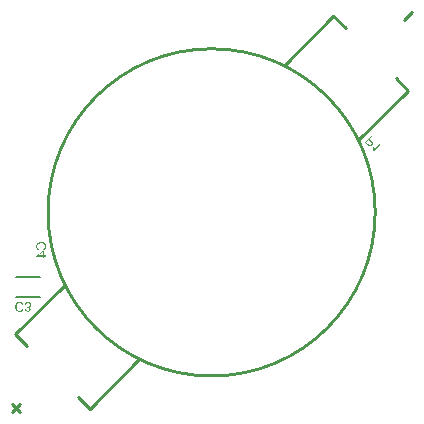
<source format=gbo>
G04*
G04 #@! TF.GenerationSoftware,Altium Limited,Altium Designer,21.3.1 (25)*
G04*
G04 Layer_Color=32896*
%FSLAX25Y25*%
%MOIN*%
G70*
G04*
G04 #@! TF.SameCoordinates,9192AE54-2D66-49C7-9B86-A226D0D4A20B*
G04*
G04*
G04 #@! TF.FilePolarity,Positive*
G04*
G01*
G75*
%ADD11C,0.00787*%
%ADD42C,0.01000*%
G36*
X113453Y41145D02*
X113542Y41137D01*
X113625Y41123D01*
X113704Y41105D01*
X113779Y41086D01*
X113848Y41062D01*
X113912Y41038D01*
X113971Y41012D01*
X114024Y40988D01*
X114071Y40964D01*
X114111Y40939D01*
X114128Y40929D01*
X114144Y40919D01*
X114157Y40910D01*
X114171Y40901D01*
X114182Y40894D01*
X114190Y40889D01*
X114197Y40884D01*
X114202Y40881D01*
X114204Y40877D01*
X114206D01*
X114268Y40824D01*
X114325Y40765D01*
X114379Y40702D01*
X114427Y40638D01*
X114471Y40571D01*
X114509Y40505D01*
X114543Y40441D01*
X114574Y40377D01*
X114600Y40318D01*
X114623Y40263D01*
X114642Y40213D01*
X114650Y40190D01*
X114657Y40168D01*
X114664Y40150D01*
X114670Y40133D01*
X114673Y40118D01*
X114676Y40106D01*
X114680Y40097D01*
X114682Y40088D01*
X114683Y40085D01*
Y40083D01*
X114261Y39976D01*
X114244Y40048D01*
X114222Y40118D01*
X114199Y40182D01*
X114173Y40240D01*
X114145Y40296D01*
X114118Y40346D01*
X114090Y40391D01*
X114062Y40431D01*
X114035Y40467D01*
X114010Y40498D01*
X113988Y40524D01*
X113967Y40547D01*
X113952Y40562D01*
X113938Y40574D01*
X113931Y40583D01*
X113927Y40585D01*
X113881Y40621D01*
X113830Y40652D01*
X113780Y40680D01*
X113730Y40702D01*
X113680Y40723D01*
X113630Y40739D01*
X113581Y40753D01*
X113535Y40763D01*
X113491Y40772D01*
X113452Y40778D01*
X113417Y40782D01*
X113386Y40785D01*
X113362Y40787D01*
X113351Y40789D01*
X113327D01*
X113273Y40787D01*
X113220Y40782D01*
X113168Y40775D01*
X113119Y40765D01*
X113071Y40754D01*
X113026Y40740D01*
X112985Y40728D01*
X112946Y40713D01*
X112910Y40699D01*
X112879Y40685D01*
X112851Y40673D01*
X112827Y40663D01*
X112810Y40652D01*
X112796Y40645D01*
X112787Y40640D01*
X112784Y40638D01*
X112739Y40609D01*
X112697Y40576D01*
X112657Y40540D01*
X112621Y40503D01*
X112588Y40467D01*
X112557Y40429D01*
X112531Y40391D01*
X112507Y40355D01*
X112485Y40320D01*
X112466Y40289D01*
X112450Y40260D01*
X112438Y40235D01*
X112427Y40214D01*
X112420Y40199D01*
X112417Y40189D01*
X112415Y40185D01*
X112395Y40126D01*
X112377Y40067D01*
X112362Y40007D01*
X112348Y39945D01*
X112336Y39886D01*
X112327Y39827D01*
X112319Y39770D01*
X112313Y39715D01*
X112308Y39664D01*
X112305Y39619D01*
X112301Y39578D01*
X112299Y39542D01*
Y39528D01*
X112298Y39514D01*
Y39502D01*
Y39491D01*
Y39484D01*
Y39479D01*
Y39476D01*
Y39474D01*
X112299Y39415D01*
X112301Y39356D01*
X112306Y39299D01*
X112313Y39244D01*
X112320Y39192D01*
X112329Y39142D01*
X112338Y39094D01*
X112348Y39048D01*
X112356Y39009D01*
X112365Y38972D01*
X112374Y38939D01*
X112381Y38914D01*
X112388Y38891D01*
X112393Y38875D01*
X112395Y38865D01*
X112396Y38862D01*
X112417Y38808D01*
X112440Y38756D01*
X112466Y38708D01*
X112493Y38663D01*
X112521Y38619D01*
X112550Y38581D01*
X112580Y38545D01*
X112607Y38512D01*
X112635Y38484D01*
X112661Y38458D01*
X112683Y38438D01*
X112704Y38421D01*
X112720Y38407D01*
X112734Y38396D01*
X112741Y38389D01*
X112744Y38388D01*
X112793Y38357D01*
X112841Y38329D01*
X112893Y38306D01*
X112945Y38285D01*
X112997Y38268D01*
X113049Y38254D01*
X113097Y38242D01*
X113145Y38234D01*
X113189Y38227D01*
X113230Y38220D01*
X113267Y38216D01*
X113299Y38215D01*
X113324Y38213D01*
X113336Y38211D01*
X113360D01*
X113419Y38213D01*
X113474Y38218D01*
X113528Y38225D01*
X113578Y38235D01*
X113625Y38247D01*
X113668Y38261D01*
X113709Y38275D01*
X113746Y38291D01*
X113779Y38306D01*
X113808Y38320D01*
X113832Y38334D01*
X113853Y38346D01*
X113870Y38355D01*
X113881Y38363D01*
X113889Y38369D01*
X113891Y38370D01*
X113929Y38401D01*
X113965Y38438D01*
X113998Y38476D01*
X114031Y38516D01*
X114059Y38557D01*
X114085Y38600D01*
X114109Y38642D01*
X114131Y38683D01*
X114151Y38721D01*
X114166Y38758D01*
X114180Y38791D01*
X114192Y38820D01*
X114201Y38844D01*
X114208Y38862D01*
X114209Y38868D01*
X114211Y38874D01*
X114213Y38875D01*
Y38877D01*
X114630Y38779D01*
X114604Y38697D01*
X114573Y38623D01*
X114540Y38552D01*
X114505Y38486D01*
X114467Y38424D01*
X114429Y38369D01*
X114391Y38317D01*
X114355Y38270D01*
X114318Y38230D01*
X114286Y38194D01*
X114254Y38163D01*
X114228Y38138D01*
X114206Y38120D01*
X114189Y38106D01*
X114178Y38097D01*
X114176Y38094D01*
X114175D01*
X114112Y38050D01*
X114047Y38012D01*
X113979Y37981D01*
X113910Y37952D01*
X113843Y37929D01*
X113777Y37908D01*
X113711Y37893D01*
X113649Y37881D01*
X113592Y37870D01*
X113538Y37862D01*
X113490Y37857D01*
X113469Y37855D01*
X113448Y37853D01*
X113431Y37851D01*
X113401D01*
X113389Y37850D01*
X113369D01*
X113291Y37851D01*
X113215Y37858D01*
X113140Y37867D01*
X113069Y37879D01*
X113002Y37895D01*
X112938Y37910D01*
X112877Y37927D01*
X112824Y37945D01*
X112772Y37964D01*
X112727Y37981D01*
X112689Y37997D01*
X112656Y38012D01*
X112642Y38017D01*
X112628Y38024D01*
X112618Y38030D01*
X112609Y38033D01*
X112602Y38036D01*
X112597Y38040D01*
X112595Y38042D01*
X112593D01*
X112530Y38080D01*
X112469Y38121D01*
X112414Y38164D01*
X112360Y38211D01*
X112311Y38258D01*
X112268Y38305D01*
X112227Y38351D01*
X112190Y38396D01*
X112159Y38438D01*
X112132Y38478D01*
X112107Y38514D01*
X112087Y38545D01*
X112073Y38569D01*
X112066Y38580D01*
X112061Y38590D01*
X112057Y38597D01*
X112054Y38602D01*
X112052Y38604D01*
Y38606D01*
X112019Y38677D01*
X111990Y38749D01*
X111964Y38824D01*
X111941Y38898D01*
X111924Y38972D01*
X111908Y39045D01*
X111896Y39114D01*
X111886Y39180D01*
X111877Y39242D01*
X111872Y39299D01*
X111869Y39325D01*
X111867Y39349D01*
X111865Y39372D01*
Y39393D01*
X111864Y39410D01*
Y39427D01*
X111862Y39441D01*
Y39453D01*
Y39464D01*
Y39471D01*
Y39474D01*
Y39476D01*
X111864Y39561D01*
X111869Y39644D01*
X111877Y39725D01*
X111888Y39803D01*
X111901Y39877D01*
X111915Y39948D01*
X111929Y40014D01*
X111946Y40074D01*
X111962Y40132D01*
X111976Y40182D01*
X111992Y40225D01*
X111997Y40246D01*
X112004Y40263D01*
X112009Y40279D01*
X112014Y40292D01*
X112019Y40304D01*
X112023Y40315D01*
X112026Y40322D01*
X112028Y40327D01*
X112030Y40330D01*
Y40332D01*
X112062Y40405D01*
X112099Y40472D01*
X112138Y40536D01*
X112178Y40595D01*
X112220Y40649D01*
X112260Y40699D01*
X112301Y40744D01*
X112339Y40785D01*
X112377Y40820D01*
X112412Y40853D01*
X112443Y40879D01*
X112469Y40900D01*
X112492Y40917D01*
X112509Y40929D01*
X112519Y40938D01*
X112521Y40939D01*
X112523D01*
X112585Y40976D01*
X112652Y41009D01*
X112720Y41036D01*
X112791Y41061D01*
X112860Y41081D01*
X112931Y41097D01*
X112998Y41111D01*
X113064Y41123D01*
X113125Y41131D01*
X113182Y41138D01*
X113232Y41142D01*
X113254Y41144D01*
X113277Y41145D01*
X113296Y41147D01*
X113312D01*
X113327Y41149D01*
X113362D01*
X113453Y41145D01*
D02*
G37*
G36*
X116149Y41147D02*
X116230Y41138D01*
X116306Y41124D01*
X116381Y41105D01*
X116448Y41083D01*
X116512Y41059D01*
X116571Y41033D01*
X116623Y41005D01*
X116671Y40979D01*
X116713Y40953D01*
X116749Y40929D01*
X116778Y40907D01*
X116803Y40887D01*
X116820Y40874D01*
X116825Y40868D01*
X116830Y40865D01*
X116834Y40861D01*
X116861Y40834D01*
X116887Y40806D01*
X116934Y40747D01*
X116976Y40688D01*
X117010Y40628D01*
X117040Y40567D01*
X117064Y40509D01*
X117085Y40451D01*
X117100Y40398D01*
X117112Y40346D01*
X117123Y40299D01*
X117130Y40258D01*
X117133Y40221D01*
X117135Y40206D01*
X117137Y40192D01*
Y40180D01*
X117138Y40171D01*
Y40163D01*
Y40157D01*
Y40154D01*
Y40152D01*
X117137Y40095D01*
X117131Y40042D01*
X117124Y39990D01*
X117114Y39941D01*
X117102Y39896D01*
X117088Y39855D01*
X117074Y39815D01*
X117060Y39780D01*
X117045Y39747D01*
X117031Y39720D01*
X117017Y39696D01*
X117005Y39675D01*
X116995Y39659D01*
X116988Y39647D01*
X116982Y39640D01*
X116981Y39638D01*
X116950Y39602D01*
X116917Y39568D01*
X116882Y39536D01*
X116846Y39509D01*
X116809Y39484D01*
X116773Y39462D01*
X116737Y39443D01*
X116702Y39426D01*
X116669Y39410D01*
X116640Y39398D01*
X116612Y39388D01*
X116588Y39381D01*
X116569Y39374D01*
X116553Y39370D01*
X116545Y39367D01*
X116541D01*
X116581Y39348D01*
X116618Y39327D01*
X116652Y39305D01*
X116685Y39282D01*
X116714Y39259D01*
X116742Y39237D01*
X116766Y39215D01*
X116787Y39194D01*
X116806Y39175D01*
X116823Y39156D01*
X116837Y39138D01*
X116849Y39125D01*
X116858Y39112D01*
X116865Y39104D01*
X116868Y39099D01*
X116870Y39097D01*
X116889Y39064D01*
X116906Y39031D01*
X116922Y38998D01*
X116936Y38967D01*
X116946Y38934D01*
X116955Y38903D01*
X116962Y38874D01*
X116969Y38844D01*
X116974Y38818D01*
X116977Y38794D01*
X116979Y38773D01*
X116981Y38754D01*
X116982Y38741D01*
Y38728D01*
Y38721D01*
Y38720D01*
X116981Y38680D01*
X116977Y38640D01*
X116972Y38600D01*
X116964Y38564D01*
X116955Y38528D01*
X116946Y38493D01*
X116934Y38462D01*
X116924Y38433D01*
X116913Y38405D01*
X116903Y38381D01*
X116893Y38360D01*
X116884Y38341D01*
X116875Y38327D01*
X116870Y38317D01*
X116867Y38310D01*
X116865Y38308D01*
X116842Y38273D01*
X116816Y38239D01*
X116790Y38208D01*
X116763Y38178D01*
X116735Y38152D01*
X116708Y38126D01*
X116680Y38104D01*
X116654Y38083D01*
X116628Y38064D01*
X116605Y38048D01*
X116585Y38035D01*
X116566Y38024D01*
X116550Y38016D01*
X116540Y38009D01*
X116531Y38005D01*
X116529Y38004D01*
X116488Y37984D01*
X116446Y37967D01*
X116403Y37952D01*
X116361Y37938D01*
X116320Y37927D01*
X116280Y37919D01*
X116242Y37912D01*
X116206Y37905D01*
X116173Y37900D01*
X116144Y37896D01*
X116116Y37895D01*
X116093Y37893D01*
X116074Y37891D01*
X116048D01*
X115979Y37893D01*
X115912Y37900D01*
X115849Y37912D01*
X115789Y37924D01*
X115734Y37941D01*
X115682Y37960D01*
X115633Y37979D01*
X115588Y37998D01*
X115550Y38019D01*
X115514Y38038D01*
X115484Y38057D01*
X115460Y38073D01*
X115439Y38087D01*
X115426Y38099D01*
X115417Y38106D01*
X115413Y38107D01*
X115368Y38151D01*
X115327Y38196D01*
X115289Y38244D01*
X115254Y38294D01*
X115225Y38344D01*
X115199Y38396D01*
X115175Y38445D01*
X115154Y38493D01*
X115137Y38540D01*
X115123Y38581D01*
X115111Y38619D01*
X115102Y38652D01*
X115095Y38680D01*
X115092Y38692D01*
X115090Y38701D01*
X115088Y38708D01*
Y38713D01*
X115086Y38716D01*
Y38718D01*
X115479Y38787D01*
X115488Y38735D01*
X115500Y38687D01*
X115514Y38640D01*
X115528Y38599D01*
X115543Y38561D01*
X115560Y38524D01*
X115576Y38493D01*
X115593Y38464D01*
X115609Y38440D01*
X115624Y38417D01*
X115638Y38398D01*
X115650Y38384D01*
X115661Y38372D01*
X115668Y38363D01*
X115673Y38358D01*
X115675Y38357D01*
X115704Y38331D01*
X115735Y38310D01*
X115766Y38289D01*
X115799Y38273D01*
X115830Y38260D01*
X115863Y38247D01*
X115893Y38239D01*
X115924Y38230D01*
X115952Y38225D01*
X115976Y38220D01*
X115998Y38218D01*
X116019Y38215D01*
X116034D01*
X116047Y38213D01*
X116057D01*
X116098Y38215D01*
X116140Y38218D01*
X116176Y38227D01*
X116213Y38235D01*
X116246Y38246D01*
X116277Y38258D01*
X116306Y38270D01*
X116330Y38284D01*
X116355Y38298D01*
X116374Y38310D01*
X116391Y38322D01*
X116406Y38332D01*
X116417Y38341D01*
X116426Y38348D01*
X116431Y38353D01*
X116432Y38355D01*
X116458Y38382D01*
X116481Y38410D01*
X116500Y38440D01*
X116517Y38469D01*
X116531Y38500D01*
X116543Y38530D01*
X116553Y38557D01*
X116560Y38585D01*
X116567Y38611D01*
X116572Y38635D01*
X116574Y38658D01*
X116578Y38675D01*
Y38690D01*
X116579Y38701D01*
Y38709D01*
Y38711D01*
X116578Y38760D01*
X116571Y38806D01*
X116560Y38849D01*
X116548Y38889D01*
X116533Y38926D01*
X116515Y38958D01*
X116498Y38988D01*
X116479Y39014D01*
X116460Y39038D01*
X116443Y39059D01*
X116426Y39076D01*
X116410Y39090D01*
X116398Y39100D01*
X116387Y39107D01*
X116381Y39112D01*
X116379Y39114D01*
X116341Y39137D01*
X116303Y39158D01*
X116263Y39175D01*
X116223Y39190D01*
X116185Y39202D01*
X116147Y39213D01*
X116112Y39222D01*
X116078Y39228D01*
X116047Y39235D01*
X116017Y39239D01*
X115991Y39242D01*
X115971Y39244D01*
X115952D01*
X115938Y39246D01*
X115927D01*
X115908Y39244D01*
X115887Y39242D01*
X115879D01*
X115872Y39241D01*
X115865D01*
X115822Y39585D01*
X115881Y39571D01*
X115934Y39561D01*
X115958Y39555D01*
X115981Y39552D01*
X116003Y39548D01*
X116022Y39547D01*
X116040Y39545D01*
X116053Y39543D01*
X116067D01*
X116078Y39542D01*
X116098D01*
X116149Y39543D01*
X116195Y39548D01*
X116240Y39557D01*
X116284Y39569D01*
X116323Y39581D01*
X116360Y39597D01*
X116394Y39612D01*
X116424Y39628D01*
X116451Y39645D01*
X116476Y39661D01*
X116498Y39676D01*
X116515Y39689D01*
X116529Y39701D01*
X116538Y39709D01*
X116545Y39715D01*
X116547Y39716D01*
X116578Y39749D01*
X116605Y39785D01*
X116628Y39822D01*
X116649Y39860D01*
X116666Y39896D01*
X116680Y39934D01*
X116692Y39969D01*
X116700Y40003D01*
X116708Y40036D01*
X116714Y40066D01*
X116718Y40093D01*
X116720Y40116D01*
X116721Y40135D01*
X116723Y40149D01*
Y40157D01*
Y40161D01*
X116721Y40213D01*
X116714Y40263D01*
X116706Y40310D01*
X116694Y40355D01*
X116678Y40396D01*
X116663Y40436D01*
X116645Y40472D01*
X116628Y40505D01*
X116609Y40534D01*
X116592Y40560D01*
X116576Y40583D01*
X116560Y40602D01*
X116548Y40618D01*
X116540Y40628D01*
X116533Y40635D01*
X116531Y40637D01*
X116495Y40671D01*
X116457Y40701D01*
X116417Y40725D01*
X116379Y40747D01*
X116339Y40766D01*
X116301Y40782D01*
X116263Y40794D01*
X116226Y40804D01*
X116194Y40813D01*
X116163Y40818D01*
X116135Y40824D01*
X116112Y40825D01*
X116092Y40827D01*
X116078Y40829D01*
X116066D01*
X116022Y40827D01*
X115981Y40822D01*
X115943Y40815D01*
X115905Y40806D01*
X115870Y40794D01*
X115837Y40782D01*
X115808Y40768D01*
X115780Y40754D01*
X115756Y40742D01*
X115734Y40728D01*
X115715Y40716D01*
X115699Y40704D01*
X115687Y40695D01*
X115676Y40688D01*
X115671Y40683D01*
X115670Y40682D01*
X115640Y40652D01*
X115612Y40619D01*
X115588Y40583D01*
X115566Y40545D01*
X115545Y40505D01*
X115526Y40465D01*
X115509Y40426D01*
X115493Y40386D01*
X115481Y40349D01*
X115469Y40315D01*
X115460Y40282D01*
X115453Y40254D01*
X115446Y40232D01*
X115443Y40214D01*
X115441Y40209D01*
X115439Y40204D01*
Y40202D01*
Y40201D01*
X115048Y40253D01*
X115059Y40325D01*
X115073Y40394D01*
X115092Y40460D01*
X115114Y40522D01*
X115138Y40580D01*
X115164Y40633D01*
X115192Y40682D01*
X115220Y40727D01*
X115247Y40766D01*
X115273Y40801D01*
X115297Y40832D01*
X115320Y40856D01*
X115337Y40875D01*
X115351Y40889D01*
X115360Y40898D01*
X115363Y40901D01*
X115417Y40944D01*
X115474Y40983D01*
X115531Y41017D01*
X115590Y41045D01*
X115649Y41069D01*
X115708Y41090D01*
X115763Y41105D01*
X115816Y41119D01*
X115868Y41130D01*
X115915Y41137D01*
X115957Y41144D01*
X115993Y41147D01*
X116008D01*
X116022Y41149D01*
X116033D01*
X116043Y41150D01*
X116062D01*
X116149Y41147D01*
D02*
G37*
G36*
X230914Y96351D02*
X229997Y95434D01*
X230620Y94811D01*
X230660Y94766D01*
X230698Y94723D01*
X230733Y94680D01*
X230765Y94639D01*
X230796Y94598D01*
X230824Y94558D01*
X230850Y94517D01*
X230874Y94481D01*
X230895Y94443D01*
X230914Y94406D01*
X230931Y94372D01*
X230947Y94339D01*
X230962Y94307D01*
X230974Y94275D01*
X230985Y94245D01*
X230996Y94217D01*
X231004Y94190D01*
X231012Y94164D01*
X231018Y94141D01*
X231023Y94119D01*
X231027Y94098D01*
X231029Y94078D01*
X231032Y94061D01*
X231035Y94045D01*
X231037Y94032D01*
X231038Y94011D01*
Y93999D01*
Y93994D01*
X231032Y93924D01*
X231021Y93854D01*
X231005Y93790D01*
X230984Y93727D01*
X230960Y93669D01*
X230934Y93613D01*
X230907Y93562D01*
X230880Y93516D01*
X230852Y93473D01*
X230826Y93435D01*
X230801Y93402D01*
X230780Y93374D01*
X230769Y93363D01*
X230762Y93353D01*
X230753Y93344D01*
X230747Y93336D01*
X230742Y93331D01*
X230738Y93327D01*
X230736Y93325D01*
X230734Y93323D01*
X230703Y93294D01*
X230671Y93265D01*
X230638Y93239D01*
X230605Y93216D01*
X230573Y93194D01*
X230541Y93174D01*
X230512Y93157D01*
X230484Y93141D01*
X230458Y93128D01*
X230434Y93116D01*
X230413Y93107D01*
X230395Y93098D01*
X230379Y93092D01*
X230368Y93089D01*
X230361Y93085D01*
X230359D01*
X230320Y93073D01*
X230282Y93062D01*
X230245Y93054D01*
X230207Y93048D01*
X230173Y93043D01*
X230141Y93041D01*
X230110Y93038D01*
X230080D01*
X230054Y93040D01*
X230030D01*
X230009Y93041D01*
X229992Y93043D01*
X229978Y93045D01*
X229967Y93046D01*
X229961Y93047D01*
X229959D01*
X229922Y93054D01*
X229888Y93064D01*
X229819Y93089D01*
X229753Y93118D01*
X229723Y93132D01*
X229696Y93146D01*
X229669Y93161D01*
X229646Y93174D01*
X229625Y93188D01*
X229608Y93198D01*
X229593Y93207D01*
X229583Y93215D01*
X229577Y93218D01*
X229575Y93221D01*
X229548Y93240D01*
X229519Y93262D01*
X229489Y93287D01*
X229459Y93313D01*
X229398Y93364D01*
X229368Y93391D01*
X229340Y93417D01*
X229313Y93441D01*
X229267Y93487D01*
X229247Y93505D01*
X228358Y94394D01*
X230615Y96651D01*
X230914Y96351D01*
D02*
G37*
G36*
X233651Y93615D02*
X231385Y91349D01*
X231207Y91528D01*
X231219Y91569D01*
X231230Y91615D01*
X231239Y91660D01*
X231247Y91705D01*
X231256Y91797D01*
X231258Y91841D01*
X231262Y91884D01*
Y91923D01*
X231263Y91961D01*
Y91993D01*
X231262Y92021D01*
Y92043D01*
X231261Y92061D01*
X231262Y92072D01*
X231261Y92076D01*
X231256Y92137D01*
X231250Y92199D01*
X231241Y92259D01*
X231230Y92319D01*
X231220Y92378D01*
X231208Y92432D01*
X231196Y92486D01*
X231184Y92535D01*
X231171Y92581D01*
X231160Y92621D01*
X231148Y92658D01*
X231139Y92689D01*
X231132Y92713D01*
X231125Y92733D01*
X231124Y92739D01*
X231121Y92744D01*
Y92746D01*
X231120Y92747D01*
X231388Y93015D01*
X231418Y92945D01*
X231445Y92872D01*
X231471Y92800D01*
X231482Y92765D01*
X231493Y92731D01*
X231503Y92700D01*
X231511Y92672D01*
X231519Y92645D01*
X231526Y92623D01*
X231530Y92604D01*
X231533Y92591D01*
X231537Y92582D01*
Y92580D01*
X231548Y92532D01*
X231559Y92487D01*
X231569Y92443D01*
X231577Y92400D01*
X231583Y92360D01*
X231588Y92323D01*
X231593Y92289D01*
X231598Y92257D01*
X231601Y92227D01*
X231603Y92203D01*
X231604Y92180D01*
X231606Y92161D01*
X231608Y92147D01*
X231607Y92136D01*
X231608Y92130D01*
Y92127D01*
X233373Y93892D01*
X233651Y93615D01*
D02*
G37*
G36*
X120561Y61130D02*
X120644Y61125D01*
X120726Y61117D01*
X120804Y61106D01*
X120878Y61092D01*
X120949Y61079D01*
X121015Y61065D01*
X121075Y61047D01*
X121132Y61032D01*
X121183Y61018D01*
X121226Y61002D01*
X121247Y60997D01*
X121264Y60990D01*
X121279Y60985D01*
X121293Y60980D01*
X121305Y60975D01*
X121316Y60971D01*
X121323Y60968D01*
X121328Y60966D01*
X121331Y60964D01*
X121333D01*
X121406Y60931D01*
X121473Y60895D01*
X121537Y60855D01*
X121596Y60816D01*
X121650Y60774D01*
X121700Y60734D01*
X121745Y60693D01*
X121786Y60655D01*
X121821Y60617D01*
X121854Y60582D01*
X121880Y60551D01*
X121900Y60525D01*
X121918Y60502D01*
X121930Y60485D01*
X121939Y60475D01*
X121940Y60473D01*
Y60471D01*
X121976Y60409D01*
X122009Y60342D01*
X122037Y60274D01*
X122061Y60203D01*
X122082Y60134D01*
X122098Y60063D01*
X122111Y59996D01*
X122124Y59930D01*
X122132Y59869D01*
X122139Y59812D01*
X122143Y59762D01*
X122144Y59740D01*
X122146Y59717D01*
X122148Y59698D01*
Y59682D01*
X122150Y59667D01*
Y59632D01*
X122146Y59541D01*
X122137Y59452D01*
X122124Y59369D01*
X122106Y59290D01*
X122087Y59215D01*
X122063Y59146D01*
X122039Y59082D01*
X122013Y59023D01*
X121989Y58970D01*
X121964Y58923D01*
X121940Y58883D01*
X121930Y58866D01*
X121920Y58850D01*
X121911Y58837D01*
X121902Y58823D01*
X121895Y58812D01*
X121890Y58804D01*
X121885Y58797D01*
X121881Y58792D01*
X121878Y58790D01*
Y58788D01*
X121824Y58726D01*
X121765Y58669D01*
X121703Y58615D01*
X121639Y58567D01*
X121572Y58523D01*
X121506Y58485D01*
X121442Y58451D01*
X121378Y58420D01*
X121319Y58394D01*
X121264Y58371D01*
X121214Y58352D01*
X121191Y58343D01*
X121169Y58337D01*
X121151Y58330D01*
X121134Y58324D01*
X121118Y58321D01*
X121106Y58318D01*
X121098Y58314D01*
X121089Y58312D01*
X121086Y58311D01*
X121084D01*
X120977Y58733D01*
X121049Y58750D01*
X121118Y58772D01*
X121183Y58795D01*
X121241Y58821D01*
X121297Y58849D01*
X121347Y58876D01*
X121392Y58904D01*
X121432Y58932D01*
X121468Y58959D01*
X121499Y58983D01*
X121525Y59006D01*
X121547Y59027D01*
X121563Y59042D01*
X121575Y59056D01*
X121584Y59063D01*
X121586Y59067D01*
X121622Y59113D01*
X121653Y59163D01*
X121681Y59214D01*
X121703Y59264D01*
X121724Y59314D01*
X121739Y59364D01*
X121753Y59413D01*
X121764Y59459D01*
X121772Y59503D01*
X121779Y59542D01*
X121783Y59577D01*
X121786Y59608D01*
X121788Y59632D01*
X121790Y59643D01*
Y59667D01*
X121788Y59720D01*
X121783Y59774D01*
X121776Y59826D01*
X121765Y59874D01*
X121755Y59923D01*
X121741Y59968D01*
X121729Y60009D01*
X121714Y60048D01*
X121700Y60084D01*
X121686Y60115D01*
X121674Y60143D01*
X121663Y60167D01*
X121653Y60184D01*
X121646Y60198D01*
X121641Y60207D01*
X121639Y60210D01*
X121610Y60255D01*
X121577Y60297D01*
X121541Y60336D01*
X121504Y60373D01*
X121468Y60406D01*
X121430Y60437D01*
X121392Y60463D01*
X121355Y60487D01*
X121321Y60509D01*
X121290Y60528D01*
X121260Y60544D01*
X121236Y60556D01*
X121215Y60567D01*
X121200Y60573D01*
X121189Y60577D01*
X121186Y60579D01*
X121127Y60599D01*
X121068Y60617D01*
X121008Y60632D01*
X120946Y60646D01*
X120887Y60658D01*
X120828Y60667D01*
X120771Y60676D01*
X120715Y60681D01*
X120665Y60686D01*
X120620Y60689D01*
X120579Y60693D01*
X120542Y60694D01*
X120528D01*
X120515Y60696D01*
X120503D01*
X120492D01*
X120485D01*
X120480D01*
X120477D01*
X120475D01*
X120416Y60694D01*
X120357Y60693D01*
X120300Y60688D01*
X120245Y60681D01*
X120193Y60674D01*
X120143Y60665D01*
X120094Y60656D01*
X120049Y60646D01*
X120010Y60637D01*
X119973Y60629D01*
X119940Y60620D01*
X119914Y60613D01*
X119892Y60606D01*
X119876Y60601D01*
X119866Y60599D01*
X119862Y60598D01*
X119809Y60577D01*
X119757Y60554D01*
X119709Y60528D01*
X119664Y60501D01*
X119620Y60473D01*
X119582Y60444D01*
X119546Y60414D01*
X119513Y60387D01*
X119485Y60359D01*
X119459Y60333D01*
X119439Y60310D01*
X119421Y60290D01*
X119407Y60274D01*
X119397Y60260D01*
X119390Y60253D01*
X119388Y60250D01*
X119357Y60201D01*
X119330Y60153D01*
X119307Y60101D01*
X119286Y60049D01*
X119269Y59997D01*
X119255Y59945D01*
X119243Y59897D01*
X119235Y59848D01*
X119228Y59805D01*
X119221Y59764D01*
X119217Y59727D01*
X119216Y59695D01*
X119214Y59670D01*
X119212Y59658D01*
Y59634D01*
X119214Y59575D01*
X119219Y59520D01*
X119226Y59466D01*
X119236Y59416D01*
X119248Y59369D01*
X119262Y59326D01*
X119276Y59285D01*
X119292Y59248D01*
X119307Y59215D01*
X119321Y59186D01*
X119335Y59162D01*
X119347Y59141D01*
X119356Y59124D01*
X119364Y59113D01*
X119369Y59105D01*
X119371Y59103D01*
X119402Y59065D01*
X119439Y59029D01*
X119477Y58996D01*
X119517Y58963D01*
X119558Y58935D01*
X119601Y58909D01*
X119643Y58885D01*
X119684Y58862D01*
X119722Y58843D01*
X119759Y58828D01*
X119792Y58814D01*
X119821Y58802D01*
X119845Y58793D01*
X119862Y58786D01*
X119869Y58785D01*
X119875Y58783D01*
X119876Y58781D01*
X119878D01*
X119779Y58364D01*
X119698Y58390D01*
X119624Y58421D01*
X119553Y58454D01*
X119487Y58489D01*
X119425Y58527D01*
X119369Y58565D01*
X119317Y58603D01*
X119271Y58639D01*
X119231Y58676D01*
X119195Y58709D01*
X119164Y58740D01*
X119139Y58766D01*
X119120Y58788D01*
X119106Y58805D01*
X119098Y58816D01*
X119094Y58817D01*
Y58819D01*
X119051Y58881D01*
X119013Y58947D01*
X118982Y59015D01*
X118953Y59084D01*
X118930Y59151D01*
X118909Y59217D01*
X118894Y59283D01*
X118882Y59345D01*
X118871Y59402D01*
X118863Y59456D01*
X118857Y59504D01*
X118856Y59525D01*
X118854Y59546D01*
X118852Y59563D01*
Y59592D01*
X118850Y59605D01*
Y59625D01*
X118852Y59703D01*
X118859Y59779D01*
X118868Y59854D01*
X118880Y59925D01*
X118895Y59992D01*
X118911Y60056D01*
X118928Y60117D01*
X118946Y60170D01*
X118965Y60222D01*
X118982Y60267D01*
X118998Y60305D01*
X119013Y60338D01*
X119018Y60352D01*
X119025Y60366D01*
X119030Y60376D01*
X119034Y60385D01*
X119037Y60392D01*
X119041Y60397D01*
X119043Y60399D01*
Y60400D01*
X119080Y60464D01*
X119122Y60525D01*
X119165Y60580D01*
X119212Y60634D01*
X119259Y60682D01*
X119305Y60726D01*
X119352Y60767D01*
X119397Y60804D01*
X119439Y60835D01*
X119478Y60862D01*
X119515Y60887D01*
X119546Y60907D01*
X119570Y60921D01*
X119580Y60928D01*
X119591Y60933D01*
X119598Y60937D01*
X119603Y60940D01*
X119605Y60942D01*
X119606D01*
X119677Y60975D01*
X119750Y61004D01*
X119824Y61030D01*
X119899Y61053D01*
X119973Y61070D01*
X120046Y61085D01*
X120115Y61098D01*
X120181Y61108D01*
X120243Y61117D01*
X120300Y61122D01*
X120326Y61125D01*
X120350Y61127D01*
X120373Y61129D01*
X120394D01*
X120411Y61130D01*
X120428D01*
X120442Y61132D01*
X120454D01*
X120465D01*
X120472D01*
X120475D01*
X120477D01*
X120561Y61130D01*
D02*
G37*
G36*
X121333Y56691D02*
X122096D01*
Y56300D01*
X121333D01*
Y55868D01*
X120973D01*
Y56300D01*
X118904D01*
Y56620D01*
X120973Y58077D01*
X121333D01*
Y56691D01*
D02*
G37*
%LPC*%
G36*
X229730Y95167D02*
X228924Y94361D01*
X229538Y93747D01*
X229572Y93715D01*
X229604Y93683D01*
X229634Y93656D01*
X229661Y93634D01*
X229685Y93612D01*
X229706Y93594D01*
X229727Y93578D01*
X229743Y93564D01*
X229758Y93554D01*
X229771Y93544D01*
X229780Y93536D01*
X229788Y93532D01*
X229794Y93528D01*
X229798Y93527D01*
X229799Y93525D01*
X229828Y93511D01*
X229855Y93498D01*
X229884Y93489D01*
X229914Y93481D01*
X229939Y93475D01*
X229967Y93471D01*
X229993Y93468D01*
X230016Y93467D01*
X230038D01*
X230059Y93465D01*
X230078Y93467D01*
X230092Y93469D01*
X230105D01*
X230113Y93470D01*
X230119Y93471D01*
X230122D01*
X230153Y93479D01*
X230185Y93486D01*
X230215Y93498D01*
X230243Y93510D01*
X230271Y93523D01*
X230297Y93536D01*
X230343Y93566D01*
X230363Y93580D01*
X230381Y93594D01*
X230397Y93607D01*
X230410Y93618D01*
X230421Y93627D01*
X230429Y93634D01*
X230434Y93639D01*
X230435Y93640D01*
X230469Y93677D01*
X230500Y93715D01*
X230524Y93752D01*
X230545Y93790D01*
X230563Y93825D01*
X230578Y93862D01*
X230589Y93895D01*
X230599Y93927D01*
X230606Y93956D01*
X230611Y93983D01*
X230613Y94007D01*
X230616Y94027D01*
Y94044D01*
Y94056D01*
Y94064D01*
Y94066D01*
X230610Y94109D01*
X230599Y94154D01*
X230583Y94199D01*
X230563Y94243D01*
X230539Y94288D01*
X230514Y94329D01*
X230487Y94371D01*
X230459Y94411D01*
X230432Y94448D01*
X230405Y94480D01*
X230381Y94509D01*
X230359Y94536D01*
X230339Y94555D01*
X230333Y94564D01*
X229730Y95167D01*
D02*
G37*
G36*
X120973Y57691D02*
X119534Y56691D01*
X120973D01*
Y57691D01*
D02*
G37*
%LPD*%
D11*
X112039Y49347D02*
X119961D01*
X112039Y42654D02*
X119961D01*
D42*
X231844Y71017D02*
G03*
X231844Y71017I-54528J0D01*
G01*
X241486Y135186D02*
X244269Y137969D01*
X110643Y7127D02*
X113427Y4343D01*
X110643D02*
X113427Y7127D01*
X201439Y119971D02*
X217934Y136466D01*
X226271Y95139D02*
X242766Y111634D01*
X217934Y136466D02*
X221998Y132402D01*
X238702Y115698D02*
X242766Y111634D01*
X111868Y30400D02*
X128363Y46895D01*
X136700Y5568D02*
X153195Y22063D01*
X111868Y30400D02*
X115932Y26336D01*
X132636Y9632D02*
X136700Y5568D01*
M02*

</source>
